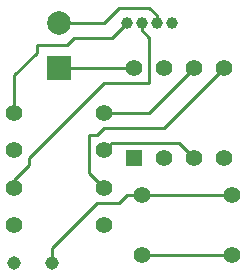
<source format=gbl>
G04 (created by PCBNEW (2013-mar-25)-stable) date Monday, September 30, 2013 02:43:07 PM*
%MOIN*%
G04 Gerber Fmt 3.4, Leading zero omitted, Abs format*
%FSLAX34Y34*%
G01*
G70*
G90*
G04 APERTURE LIST*
%ADD10C,0.006*%
%ADD11C,0.055*%
%ADD12C,0.0394*%
%ADD13R,0.0787X0.0787*%
%ADD14C,0.0787*%
%ADD15R,0.055X0.055*%
%ADD16C,0.045*%
%ADD17C,0.01*%
G04 APERTURE END LIST*
G54D10*
G54D11*
X56500Y-26750D03*
X56500Y-28750D03*
X53500Y-26750D03*
X53500Y-28750D03*
X52250Y-25250D03*
X49250Y-25250D03*
X52250Y-24000D03*
X49250Y-24000D03*
X52250Y-26500D03*
X49250Y-26500D03*
X52250Y-27750D03*
X49250Y-27750D03*
G54D12*
X54500Y-21000D03*
X54000Y-21000D03*
X53500Y-21000D03*
X53000Y-21000D03*
G54D13*
X50750Y-22500D03*
G54D14*
X50750Y-21000D03*
G54D15*
X53250Y-25500D03*
G54D11*
X54250Y-25500D03*
X55250Y-25500D03*
X56250Y-25500D03*
X56250Y-22500D03*
X55250Y-22500D03*
X54250Y-22500D03*
X53250Y-22500D03*
G54D16*
X49250Y-29000D03*
X50500Y-29000D03*
G54D17*
X50500Y-29000D02*
X50500Y-28500D01*
X50500Y-28500D02*
X52000Y-27000D01*
X52000Y-27000D02*
X52750Y-27000D01*
X52750Y-27000D02*
X53000Y-26750D01*
X53000Y-26750D02*
X53500Y-26750D01*
X54000Y-21000D02*
X54000Y-20750D01*
X54000Y-20750D02*
X53750Y-20500D01*
X53750Y-20500D02*
X52750Y-20500D01*
X52750Y-20500D02*
X52250Y-21000D01*
X52250Y-21000D02*
X50750Y-21000D01*
X53500Y-26750D02*
X56500Y-26750D01*
X49250Y-24000D02*
X49250Y-22750D01*
X49250Y-22750D02*
X50000Y-22000D01*
X50000Y-22000D02*
X50000Y-21750D01*
X50000Y-21750D02*
X51000Y-21750D01*
X51000Y-21750D02*
X51250Y-21500D01*
X51250Y-21500D02*
X52500Y-21500D01*
X52500Y-21500D02*
X53000Y-21000D01*
X49250Y-26500D02*
X49250Y-26250D01*
X49250Y-26250D02*
X49750Y-25750D01*
X49750Y-25750D02*
X49750Y-25500D01*
X49750Y-25500D02*
X52250Y-23000D01*
X52250Y-23000D02*
X53750Y-23000D01*
X53750Y-23000D02*
X53750Y-21500D01*
X53750Y-21500D02*
X53500Y-21250D01*
X53500Y-21250D02*
X53500Y-21000D01*
X56500Y-28750D02*
X53500Y-28750D01*
X50750Y-22500D02*
X53250Y-22500D01*
X56250Y-22500D02*
X54250Y-24500D01*
X54250Y-24500D02*
X52250Y-24500D01*
X52250Y-24500D02*
X52000Y-24750D01*
X52000Y-24750D02*
X51750Y-24750D01*
X51750Y-24750D02*
X51750Y-26000D01*
X51750Y-26000D02*
X52250Y-26500D01*
X55250Y-22500D02*
X53750Y-24000D01*
X53750Y-24000D02*
X52250Y-24000D01*
X52250Y-25250D02*
X52500Y-25000D01*
X52500Y-25000D02*
X54750Y-25000D01*
X54750Y-25000D02*
X55250Y-25500D01*
M02*

</source>
